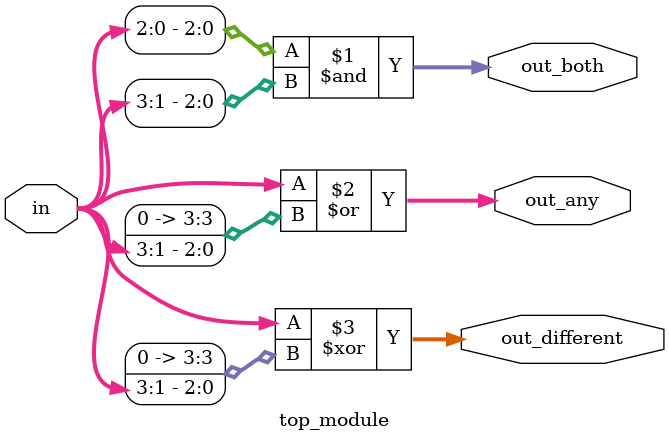
<source format=sv>
module top_module (
    input [3:0] in,
    output [2:0] out_both,
    output [3:0] out_any,
    output [3:0] out_different
);

assign out_both = in[2:0] & in[3:1];
assign out_any = in | {1'b0, in[3:1]};
assign out_different = in ^ {1'b0, in[3:1]};

endmodule

</source>
